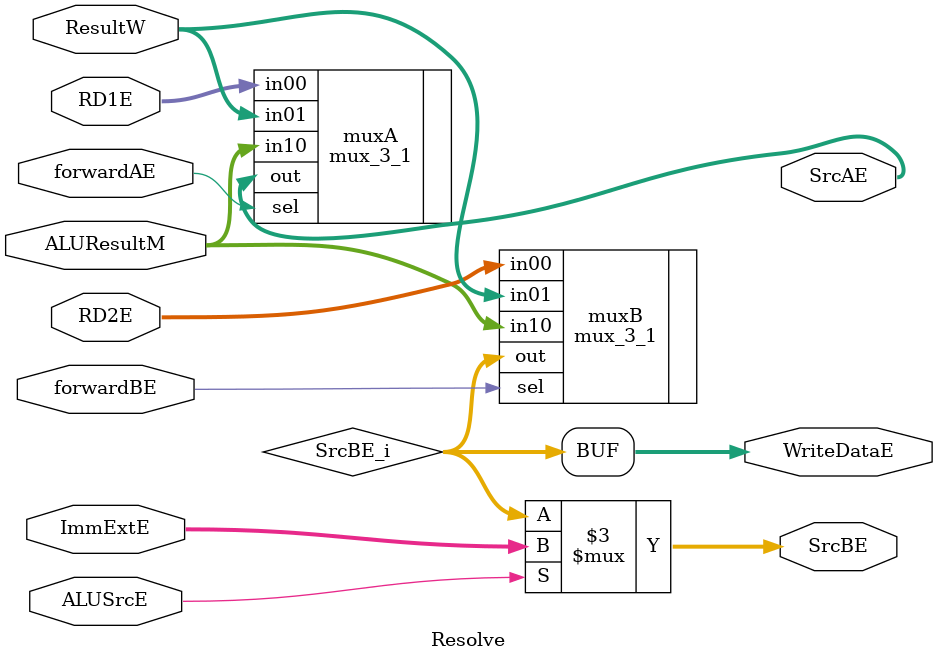
<source format=sv>
`include "/home/saviour/study/riscv/pipeline5/generic/mux_3_1.sv"
module Resolve #(
    parameter word_width = 32
) (
    input [word_width-1: 0] RD1E, RD2E,
    input [word_width-1: 0] ImmExtE,
    input [word_width-1: 0] ALUResultM,
    input forwardAE, forwardBE, ALUSrcE,
    input [word_width-1: 0] ResultW,

    output [word_width-1: 0] WriteDataE,
    output [word_width-1: 0] SrcAE, SrcBE
);



mux_3_1 #(.word_width(32)) muxA
    (
        .sel(forwardAE),
        .in00(RD1E),
        .in01(ResultW),
        .in10(ALUResultM),
        .out(SrcAE)
    );


wire [word_width-1: 0] SrcBE_i;
mux_3_1 #(.word_width(32)) muxB
    (
        .sel(forwardBE),
        .in00(RD2E),
        .in01(ResultW),
        .in10(ALUResultM),
        .out(SrcBE_i)
    );

always_comb begin
    SrcBE = (ALUSrcE==0)? SrcBE_i: ImmExtE;
    WriteDataE = SrcBE_i;
end

endmodule
</source>
